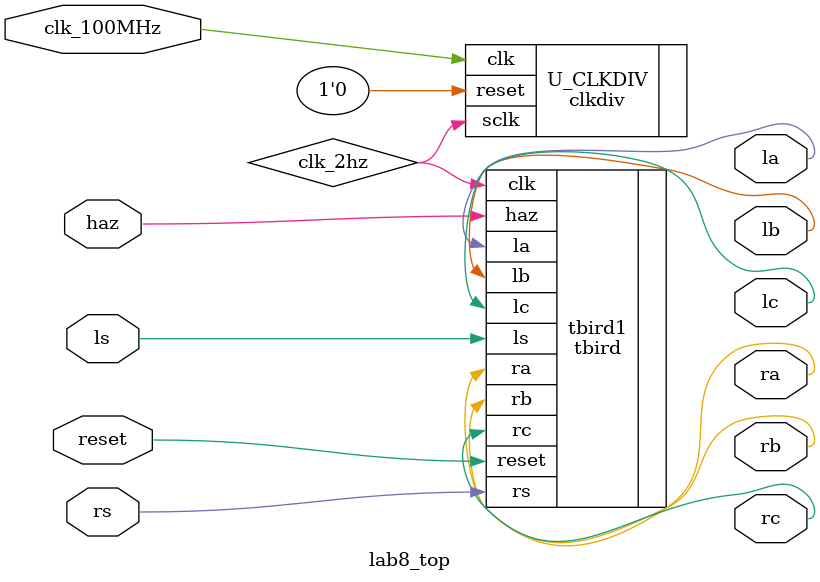
<source format=sv>
`timescale 1ns / 1ps


module lab8_top(input logic reset, ls, rs, haz,
                input logic clk_100MHz,
                output logic la, lb, lc, ra, rb, rc);
                
    logic clk_2hz;  //internal wire
    
    clkdiv #(.DIVFREQ(2)) U_CLKDIV(.clk(clk_100MHz), .reset(1'b0),.sclk(clk_2hz));    //instance of clock divider at 2hz	
    tbird tbird1(.clk(clk_2hz), .reset, .ls, .rs, .haz, .la, .lb, .lc, .ra, .rb, .rc);  //Instance of tbird module
                
                
endmodule

</source>
